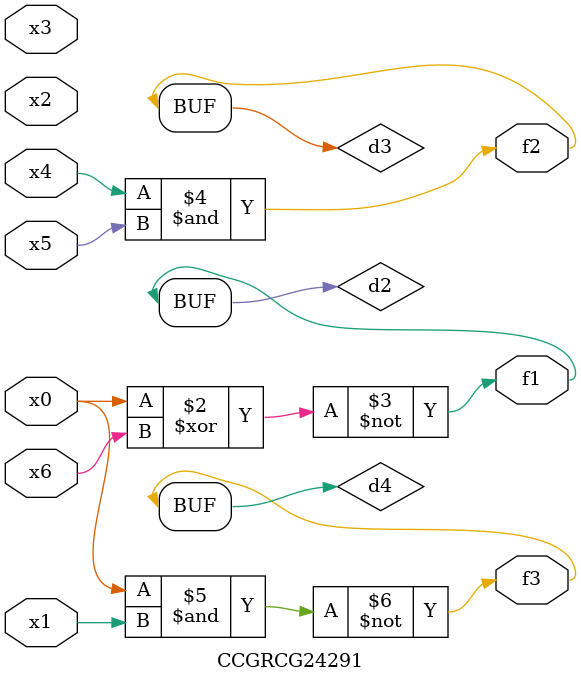
<source format=v>
module CCGRCG24291(
	input x0, x1, x2, x3, x4, x5, x6,
	output f1, f2, f3
);

	wire d1, d2, d3, d4;

	nor (d1, x0);
	xnor (d2, x0, x6);
	and (d3, x4, x5);
	nand (d4, x0, x1);
	assign f1 = d2;
	assign f2 = d3;
	assign f3 = d4;
endmodule

</source>
